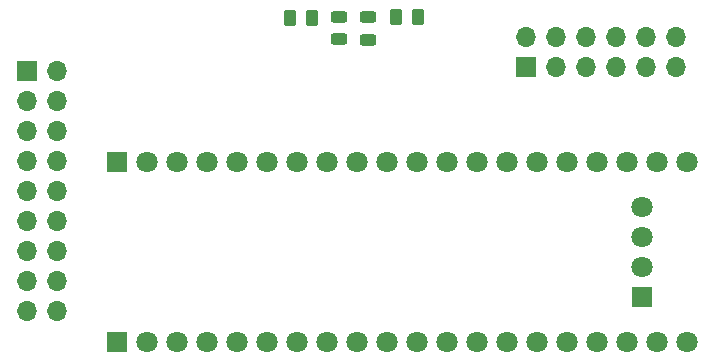
<source format=gts>
G04 #@! TF.GenerationSoftware,KiCad,Pcbnew,8.0.8*
G04 #@! TF.CreationDate,2025-02-19T14:35:13-05:00*
G04 #@! TF.ProjectId,afe_230v_16a,6166655f-3233-4307-965f-3136612e6b69,rev?*
G04 #@! TF.SameCoordinates,Original*
G04 #@! TF.FileFunction,Soldermask,Top*
G04 #@! TF.FilePolarity,Negative*
%FSLAX46Y46*%
G04 Gerber Fmt 4.6, Leading zero omitted, Abs format (unit mm)*
G04 Created by KiCad (PCBNEW 8.0.8) date 2025-02-19 14:35:13*
%MOMM*%
%LPD*%
G01*
G04 APERTURE LIST*
G04 Aperture macros list*
%AMRoundRect*
0 Rectangle with rounded corners*
0 $1 Rounding radius*
0 $2 $3 $4 $5 $6 $7 $8 $9 X,Y pos of 4 corners*
0 Add a 4 corners polygon primitive as box body*
4,1,4,$2,$3,$4,$5,$6,$7,$8,$9,$2,$3,0*
0 Add four circle primitives for the rounded corners*
1,1,$1+$1,$2,$3*
1,1,$1+$1,$4,$5*
1,1,$1+$1,$6,$7*
1,1,$1+$1,$8,$9*
0 Add four rect primitives between the rounded corners*
20,1,$1+$1,$2,$3,$4,$5,0*
20,1,$1+$1,$4,$5,$6,$7,0*
20,1,$1+$1,$6,$7,$8,$9,0*
20,1,$1+$1,$8,$9,$2,$3,0*%
G04 Aperture macros list end*
%ADD10R,1.800000X1.800000*%
%ADD11C,1.800000*%
%ADD12RoundRect,0.243750X-0.456250X0.243750X-0.456250X-0.243750X0.456250X-0.243750X0.456250X0.243750X0*%
%ADD13R,1.700000X1.700000*%
%ADD14O,1.700000X1.700000*%
%ADD15RoundRect,0.250000X0.262500X0.450000X-0.262500X0.450000X-0.262500X-0.450000X0.262500X-0.450000X0*%
%ADD16RoundRect,0.250000X-0.262500X-0.450000X0.262500X-0.450000X0.262500X0.450000X-0.262500X0.450000X0*%
G04 APERTURE END LIST*
D10*
X207970000Y-112110000D03*
D11*
X210510000Y-112110000D03*
X213050000Y-112110000D03*
X215590000Y-112110000D03*
X218130000Y-112110000D03*
X220670000Y-112110000D03*
X223210000Y-112110000D03*
X225750000Y-112110000D03*
X228290000Y-112110000D03*
X230830000Y-112110000D03*
X233370000Y-112110000D03*
X235910000Y-112110000D03*
X238450000Y-112110000D03*
X240990000Y-112110000D03*
X243530000Y-112110000D03*
X246070000Y-112110000D03*
X248610000Y-112110000D03*
X251150000Y-112110000D03*
X253690000Y-112110000D03*
X256230000Y-112110000D03*
X256230000Y-96870000D03*
X253690000Y-96870000D03*
X251150000Y-96870000D03*
X248610000Y-96870000D03*
X246070000Y-96870000D03*
X243530000Y-96870000D03*
X240990000Y-96870000D03*
X238450000Y-96870000D03*
X235910000Y-96870000D03*
X233370000Y-96870000D03*
X230830000Y-96870000D03*
X228290000Y-96870000D03*
X225750000Y-96870000D03*
X223210000Y-96870000D03*
X220670000Y-96870000D03*
X218130000Y-96870000D03*
X215590000Y-96870000D03*
X213050000Y-96870000D03*
X210510000Y-96870000D03*
D10*
X207970000Y-96870000D03*
X252420000Y-108300000D03*
D11*
X252420000Y-105760000D03*
X252420000Y-103220000D03*
X252420000Y-100680000D03*
D12*
X229230000Y-84645000D03*
X229230000Y-86520000D03*
D13*
X200330000Y-89160000D03*
D14*
X202870000Y-89160000D03*
X200330000Y-91700000D03*
X202870000Y-91700000D03*
X200330000Y-94240000D03*
X202870000Y-94240000D03*
X200330000Y-96780000D03*
X202870000Y-96780000D03*
X200330000Y-99320000D03*
X202870000Y-99320000D03*
X200330000Y-101860000D03*
X202870000Y-101860000D03*
X200330000Y-104400000D03*
X202870000Y-104400000D03*
X200330000Y-106940000D03*
X202870000Y-106940000D03*
X200330000Y-109480000D03*
X202870000Y-109480000D03*
D15*
X233412500Y-84620000D03*
X231587500Y-84620000D03*
D16*
X222605000Y-84660000D03*
X224430000Y-84660000D03*
D12*
X226760000Y-84620000D03*
X226760000Y-86495000D03*
D13*
X242550000Y-88850000D03*
D14*
X242550000Y-86310000D03*
X245090000Y-88850000D03*
X245090000Y-86310000D03*
X247630000Y-88850000D03*
X247630000Y-86310000D03*
X250170000Y-88850000D03*
X250170000Y-86310000D03*
X252710000Y-88850000D03*
X252710000Y-86310000D03*
X255250000Y-88850000D03*
X255250000Y-86310000D03*
M02*

</source>
